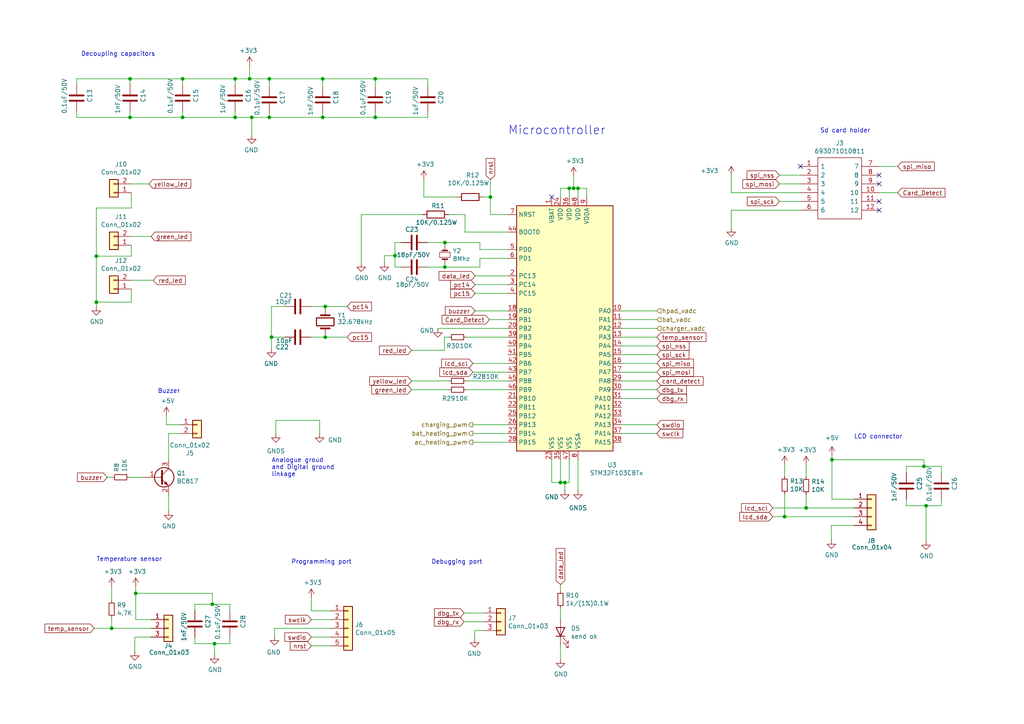
<source format=kicad_sch>
(kicad_sch (version 20230121) (generator eeschema)
  (paper "A4")
  (title_block (title "Neonest v 1.3") (date "2025-08-07") (company "Che innovations"))
  (lib_symbols
    (symbol "Battery_charge_controller-rescue:+3.3V-power" (power) (pin_names (offset 0))
      (property "Value" "+3.3V-power" (at 0 3.556 0))
      (symbol "+3.3V-power_0_1"
        (polyline (pts (xy -0.762 1.27) (xy 0 2.54)))
        (polyline (pts (xy 0 0) (xy 0 2.54)))
        (polyline (pts (xy 0 2.54) (xy 0.762 1.27)))
      )
      (symbol "+3.3V-power_1_1"
        (pin power_in line (at 0 0 90) (length 0) hide (name "+3V3") (number "1"))
      )
    )
    (symbol "Connector_Generic:Conn_01x02" (pin_names (offset 1.016) hide)
      (property "Reference" "J" (at 0 2.54 0))
      (property "Value" "Conn_01x02" (at 0 -5.08 0))
      (symbol "Conn_01x02_1_1"
        (rectangle (start -1.27 -2.413) (end 0 -2.667) (stroke (width 0.1524)))
        (rectangle (start -1.27 0.127) (end 0 -0.127) (stroke (width 0.1524)))
        (rectangle (start -1.27 1.27) (end 1.27 -3.81) (stroke (width 0.254)) (fill (type background)))
        (pin passive line (at -5.08 0 0) (length 3.81) (name "Pin_1") (number "1"))
        (pin passive line (at -5.08 -2.54 0) (length 3.81) (name "Pin_2") (number "2"))
      )
    )
    (symbol "Connector_Generic:Conn_01x03" (pin_names (offset 1.016) hide)
      (property "Reference" "J" (at 0 5.08 0))
      (property "Value" "Conn_01x03" (at 0 -5.08 0))
      (symbol "Conn_01x03_1_1"
        (rectangle (start -1.27 -2.413) (end 0 -2.667) (stroke (width 0.1524)))
        (rectangle (start -1.27 0.127) (end 0 -0.127) (stroke (width 0.1524)))
        (rectangle (start -1.27 2.667) (end 0 2.413) (stroke (width 0.1524)))
        (rectangle (start -1.27 3.81) (end 1.27 -3.81) (stroke (width 0.254)) (fill (type background)))
        (pin passive line (at -5.08 2.54 0) (length 3.81) (name "Pin_1") (number "1"))
        (pin passive line (at -5.08 0 0) (length 3.81) (name "Pin_2") (number "2"))
        (pin passive line (at -5.08 -2.54 0) (length 3.81) (name "Pin_3") (number "3"))
      )
    )
    (symbol "Connector_Generic:Conn_01x04" (pin_names (offset 1.016) hide)
      (property "Reference" "J" (at 0 5.08 0))
      (property "Value" "Conn_01x04" (at 0 -7.62 0))
      (symbol "Conn_01x04_1_1"
        (rectangle (start -1.27 -4.953) (end 0 -5.207) (stroke (width 0.1524)))
        (rectangle (start -1.27 -2.413) (end 0 -2.667) (stroke (width 0.1524)))
        (rectangle (start -1.27 0.127) (end 0 -0.127) (stroke (width 0.1524)))
        (rectangle (start -1.27 2.667) (end 0 2.413) (stroke (width 0.1524)))
        (rectangle (start -1.27 3.81) (end 1.27 -6.35) (stroke (width 0.254)) (fill (type background)))
        (pin passive line (at -5.08 2.54 0) (length 3.81) (name "Pin_1") (number "1"))
        (pin passive line (at -5.08 0 0) (length 3.81) (name "Pin_2") (number "2"))
        (pin passive line (at -5.08 -2.54 0) (length 3.81) (name "Pin_3") (number "3"))
        (pin passive line (at -5.08 -5.08 0) (length 3.81) (name "Pin_4") (number "4"))
      )
    )
    (symbol "Connector_Generic:Conn_01x05" (pin_names (offset 1.016) hide)
      (property "Reference" "J" (at 0 7.62 0))
      (property "Value" "Conn_01x05" (at 0 -7.62 0))
      (symbol "Conn_01x05_1_1"
        (rectangle (start -1.27 -4.953) (end 0 -5.207) (stroke (width 0.1524)))
        (rectangle (start -1.27 -2.413) (end 0 -2.667) (stroke (width 0.1524)))
        (rectangle (start -1.27 0.127) (end 0 -0.127) (stroke (width 0.1524)))
        (rectangle (start -1.27 2.667) (end 0 2.413) (stroke (width 0.1524)))
        (rectangle (start -1.27 5.207) (end 0 4.953) (stroke (width 0.1524)))
        (rectangle (start -1.27 6.35) (end 1.27 -6.35) (stroke (width 0.254)) (fill (type background)))
        (pin passive line (at -5.08 5.08 0) (length 3.81) (name "Pin_1") (number "1"))
        (pin passive line (at -5.08 2.54 0) (length 3.81) (name "Pin_2") (number "2"))
        (pin passive line (at -5.08 0 0) (length 3.81) (name "Pin_3") (number "3"))
        (pin passive line (at -5.08 -2.54 0) (length 3.81) (name "Pin_4") (number "4"))
        (pin passive line (at -5.08 -5.08 0) (length 3.81) (name "Pin_5") (number "5"))
      )
    )
    (symbol "Device:C" (pin_numbers hide) (pin_names (offset 0.254))
      (property "Reference" "C" (at 0.635 2.54 0))
      (property "Value" "C" (at 0.635 -2.54 0))
      (symbol "C_0_1"
        (polyline (pts (xy -2.032 -0.762) (xy 2.032 -0.762)) (stroke (width 0.508)))
        (polyline (pts (xy -2.032 0.762) (xy 2.032 0.762)) (stroke (width 0.508)))
      )
      (symbol "C_1_1"
        (pin passive line (at 0 3.81 270) (length 2.794) (name "~") (number "1"))
        (pin passive line (at 0 -3.81 90) (length 2.794) (name "~") (number "2"))
      )
    )
    (symbol "Device:Crystal" (pin_numbers hide) (pin_names (offset 1.016) hide)
      (property "Reference" "Y" (at 0 3.81 0))
      (property "Value" "Crystal" (at 0 -3.81 0))
      (symbol "Crystal_0_1"
        (rectangle (start -1.143 2.54) (end 1.143 -2.54) (stroke (width 0.3048)))
        (polyline (pts (xy -2.54 0) (xy -1.905 0)))
        (polyline (pts (xy -1.905 -1.27) (xy -1.905 1.27)) (stroke (width 0.508)))
        (polyline (pts (xy 1.905 -1.27) (xy 1.905 1.27)) (stroke (width 0.508)))
        (polyline (pts (xy 2.54 0) (xy 1.905 0)))
      )
      (symbol "Crystal_1_1"
        (pin passive line (at -3.81 0 0) (length 1.27) (name "1") (number "1"))
        (pin passive line (at 3.81 0 180) (length 1.27) (name "2") (number "2"))
      )
    )
    (symbol "Device:Crystal_Small" (pin_numbers hide) (pin_names (offset 1.016) hide)
      (property "Reference" "Y" (at 0 2.54 0))
      (property "Value" "Crystal_Small" (at 0 -2.54 0))
      (symbol "Crystal_Small_0_1"
        (rectangle (start -0.762 -1.524) (end 0.762 1.524))
        (polyline (pts (xy -1.27 -0.762) (xy -1.27 0.762)) (stroke (width 0.381)))
        (polyline (pts (xy 1.27 -0.762) (xy 1.27 0.762)) (stroke (width 0.381)))
      )
      (symbol "Crystal_Small_1_1"
        (pin passive line (at -2.54 0 0) (length 1.27) (name "1") (number "1"))
        (pin passive line (at 2.54 0 180) (length 1.27) (name "2") (number "2"))
      )
    )
    (symbol "Device:LED" (pin_numbers hide) (pin_names (offset 1.016) hide)
      (property "Reference" "D" (at 0 2.54 0))
      (property "Value" "LED" (at 0 -2.54 0))
      (symbol "LED_0_1"
        (polyline (pts (xy -1.27 -1.27) (xy -1.27 1.27)) (stroke (width 0.254)))
        (polyline (pts (xy -1.27 0) (xy 1.27 0)))
        (polyline (pts (xy 1.27 -1.27) (xy 1.27 1.27) (xy -1.27 0) (xy 1.27 -1.27)) (stroke (width 0.254)))
        (polyline (pts (xy -3.048 -0.762) (xy -4.572 -2.286) (xy -3.81 -2.286) (xy -4.572 -2.286) (xy -4.572 -1.524)))
        (polyline (pts (xy -1.778 -0.762) (xy -3.302 -2.286) (xy -2.54 -2.286) (xy -3.302 -2.286) (xy -3.302 -1.524)))
      )
      (symbol "LED_1_1"
        (pin passive line (at -3.81 0 0) (length 2.54) (name "K") (number "1"))
        (pin passive line (at 3.81 0 180) (length 2.54) (name "A") (number "2"))
      )
    )
    (symbol "Device:R" (pin_numbers hide) (pin_names (offset 0))
      (property "Reference" "R" (at 2.032 0 90))
      (property "Value" "R" (at 0 0 90))
      (symbol "R_0_1"
        (rectangle (start -1.016 -2.54) (end 1.016 2.54) (stroke (width 0.254)))
      )
      (symbol "R_1_1"
        (pin passive line (at 0 3.81 270) (length 1.27) (name "~") (number "1"))
        (pin passive line (at 0 -3.81 90) (length 1.27) (name "~") (number "2"))
      )
    )
    (symbol "Device:R_Small" (pin_numbers hide) (pin_names (offset 0.254) hide)
      (property "Reference" "R" (at 0.762 0.508 0))
      (property "Value" "R_Small" (at 0.762 -1.016 0))
      (symbol "R_Small_0_1"
        (rectangle (start -0.762 1.778) (end 0.762 -1.778) (stroke (width 0.2032)))
      )
      (symbol "R_Small_1_1"
        (pin passive line (at 0 2.54 270) (length 0.762) (name "~") (number "1"))
        (pin passive line (at 0 -2.54 90) (length 0.762) (name "~") (number "2"))
      )
    )
    (symbol "DotMobi stm32 ver 1.0.1-rescue:+3.3V-power" (power) (pin_names (offset 0))
      (property "Value" "+3.3V-power" (at 0 3.556 0))
      (symbol "+3.3V-power_0_1"
        (polyline (pts (xy -0.762 1.27) (xy 0 2.54)))
        (polyline (pts (xy 0 0) (xy 0 2.54)))
        (polyline (pts (xy 0 2.54) (xy 0.762 1.27)))
      )
      (symbol "+3.3V-power_1_1"
        (pin power_in line (at 0 0 90) (length 0) hide (name "+3V3") (number "1"))
      )
    )
    (symbol "DotMobi stm32 ver 1.0.1-rescue:STM32F103CBTx-MCU_ST_STM32F1"
      (property "Reference" "U" (at -15.24 36.83 0))
      (property "Value" "MCU_ST_STM32F1_STM32F103CBTx" (at 7.62 36.83 0))
      (symbol "STM32F103CBTx-MCU_ST_STM32F1_0_1"
        (rectangle (start -15.24 -35.56) (end 12.7 35.56) (stroke (width 0.254)) (fill (type background)))
      )
      (symbol "STM32F103CBTx-MCU_ST_STM32F1_1_1"
        (pin power_in line (at -5.08 38.1 270) (length 2.54) (name "VBAT") (number "1"))
        (pin bidirectional line (at 15.24 5.08 180) (length 2.54) (name "PA0") (number "10"))
        (pin bidirectional line (at 15.24 2.54 180) (length 2.54) (name "PA1") (number "11"))
        (pin bidirectional line (at 15.24 0 180) (length 2.54) (name "PA2") (number "12"))
        (pin bidirectional line (at 15.24 -2.54 180) (length 2.54) (name "PA3") (number "13"))
        (pin bidirectional line (at 15.24 -5.08 180) (length 2.54) (name "PA4") (number "14"))
        (pin bidirectional line (at 15.24 -7.62 180) (length 2.54) (name "PA5") (number "15"))
        (pin bidirectional line (at 15.24 -10.16 180) (length 2.54) (name "PA6") (number "16"))
        (pin bidirectional line (at 15.24 -12.7 180) (length 2.54) (name "PA7") (number "17"))
        (pin bidirectional line (at -17.78 5.08 0) (length 2.54) (name "PB0") (number "18"))
        (pin bidirectional line (at -17.78 2.54 0) (length 2.54) (name "PB1") (number "19"))
        (pin bidirectional line (at -17.78 15.24 0) (length 2.54) (name "PC13") (number "2"))
        (pin bidirectional line (at -17.78 0 0) (length 2.54) (name "PB2") (number "20"))
        (pin bidirectional line (at -17.78 -20.32 0) (length 2.54) (name "PB10") (number "21"))
        (pin bidirectional line (at -17.78 -22.86 0) (length 2.54) (name "PB11") (number "22"))
        (pin power_in line (at -5.08 -38.1 90) (length 2.54) (name "VSS") (number "23"))
        (pin power_in line (at -2.54 38.1 270) (length 2.54) (name "VDD") (number "24"))
        (pin bidirectional line (at -17.78 -25.4 0) (length 2.54) (name "PB12") (number "25"))
        (pin bidirectional line (at -17.78 -27.94 0) (length 2.54) (name "PB13") (number "26"))
        (pin bidirectional line (at -17.78 -30.48 0) (length 2.54) (name "PB14") (number "27"))
        (pin bidirectional line (at -17.78 -33.02 0) (length 2.54) (name "PB15") (number "28"))
        (pin bidirectional line (at 15.24 -15.24 180) (length 2.54) (name "PA8") (number "29"))
        (pin bidirectional line (at -17.78 12.7 0) (length 2.54) (name "PC14") (number "3"))
        (pin bidirectional line (at 15.24 -17.78 180) (length 2.54) (name "PA9") (number "30"))
        (pin bidirectional line (at 15.24 -20.32 180) (length 2.54) (name "PA10") (number "31"))
        (pin bidirectional line (at 15.24 -22.86 180) (length 2.54) (name "PA11") (number "32"))
        (pin bidirectional line (at 15.24 -25.4 180) (length 2.54) (name "PA12") (number "33"))
        (pin bidirectional line (at 15.24 -27.94 180) (length 2.54) (name "PA13") (number "34"))
        (pin power_in line (at -2.54 -38.1 90) (length 2.54) (name "VSS") (number "35"))
        (pin power_in line (at 0 38.1 270) (length 2.54) (name "VDD") (number "36"))
        (pin bidirectional line (at 15.24 -30.48 180) (length 2.54) (name "PA14") (number "37"))
        (pin bidirectional line (at 15.24 -33.02 180) (length 2.54) (name "PA15") (number "38"))
        (pin bidirectional line (at -17.78 -2.54 0) (length 2.54) (name "PB3") (number "39"))
        (pin bidirectional line (at -17.78 10.16 0) (length 2.54) (name "PC15") (number "4"))
        (pin bidirectional line (at -17.78 -5.08 0) (length 2.54) (name "PB4") (number "40"))
        (pin bidirectional line (at -17.78 -7.62 0) (length 2.54) (name "PB5") (number "41"))
        (pin bidirectional line (at -17.78 -10.16 0) (length 2.54) (name "PB6") (number "42"))
        (pin bidirectional line (at -17.78 -12.7 0) (length 2.54) (name "PB7") (number "43"))
        (pin input line (at -17.78 27.94 0) (length 2.54) (name "BOOT0") (number "44"))
        (pin bidirectional line (at -17.78 -15.24 0) (length 2.54) (name "PB8") (number "45"))
        (pin bidirectional line (at -17.78 -17.78 0) (length 2.54) (name "PB9") (number "46"))
        (pin power_in line (at 0 -38.1 90) (length 2.54) (name "VSS") (number "47"))
        (pin power_in line (at 2.54 38.1 270) (length 2.54) (name "VDD") (number "48"))
        (pin input line (at -17.78 22.86 0) (length 2.54) (name "PD0") (number "5"))
        (pin input line (at -17.78 20.32 0) (length 2.54) (name "PD1") (number "6"))
        (pin input line (at -17.78 33.02 0) (length 2.54) (name "NRST") (number "7"))
        (pin power_in line (at 2.54 -38.1 90) (length 2.54) (name "VSSA") (number "8"))
        (pin power_in line (at 5.08 38.1 270) (length 2.54) (name "VDDA") (number "9"))
      )
    )
    (symbol "Transistor_BJT:BC817" (pin_names (offset 0) hide)
      (property "Reference" "Q" (at 5.08 1.905 0))
      (property "Value" "BC817" (at 5.08 0 0))
      (symbol "BC817_0_1"
        (polyline (pts (xy 0.635 0.635) (xy 2.54 2.54)))
        (polyline (pts (xy 0.635 -0.635) (xy 2.54 -2.54) (xy 2.54 -2.54)))
        (polyline (pts (xy 0.635 1.905) (xy 0.635 -1.905) (xy 0.635 -1.905)) (stroke (width 0.508)))
        (polyline (pts (xy 1.27 -1.778) (xy 1.778 -1.27) (xy 2.286 -2.286) (xy 1.27 -1.778) (xy 1.27 -1.778)) (fill (type outline)))
        (circle (center 1.27 0) (radius 2.8194) (stroke (width 0.254)))
      )
      (symbol "BC817_1_1"
        (pin input line (at -5.08 0 0) (length 5.715) (name "B") (number "1"))
        (pin passive line (at 2.54 -5.08 90) (length 2.54) (name "E") (number "2"))
        (pin passive line (at 2.54 5.08 270) (length 2.54) (name "C") (number "3"))
      )
    )
    (symbol "power:+5V" (power) (pin_names (offset 0))
      (property "Value" "+5V" (at 0 3.556 0))
      (symbol "+5V_0_1"
        (polyline (pts (xy -0.762 1.27) (xy 0 2.54)))
        (polyline (pts (xy 0 0) (xy 0 2.54)))
        (polyline (pts (xy 0 2.54) (xy 0.762 1.27)))
      )
      (symbol "+5V_1_1"
        (pin power_in line (at 0 0 90) (length 0) hide (name "+5V") (number "1"))
      )
    )
    (symbol "power:GND" (power) (pin_names (offset 0))
      (property "Value" "GND" (at 0 -3.81 0))
      (symbol "GND_0_1"
        (polyline (pts (xy 0 0) (xy 0 -1.27) (xy 1.27 -1.27) (xy 0 -2.54) (xy -1.27 -1.27) (xy 0 -1.27)))
      )
      (symbol "GND_1_1"
        (pin power_in line (at 0 0 270) (length 0) hide (name "GND") (number "1"))
      )
    )
    (symbol "power:GNDS" (power) (pin_names (offset 0))
      (property "Value" "GNDS" (at 0 -3.81 0))
      (symbol "GNDS_0_1"
        (polyline (pts (xy 0 0) (xy 0 -1.27) (xy 1.27 -1.27) (xy 0 -2.54) (xy -1.27 -1.27) (xy 0 -1.27)))
      )
      (symbol "GNDS_1_1"
        (pin power_in line (at 0 0 270) (length 0) hide (name "GNDS") (number "1"))
      )
    )
    (symbol "vaccibox_controller-rescue:+3.3V-power" (power) (pin_names (offset 0))
      (property "Value" "+3.3V-power" (at 0 3.556 0))
      (symbol "+3.3V-power_0_1"
        (polyline (pts (xy -0.762 1.27) (xy 0 2.54)))
        (polyline (pts (xy 0 0) (xy 0 2.54)))
        (polyline (pts (xy 0 2.54) (xy 0.762 1.27)))
      )
      (symbol "+3.3V-power_1_1"
        (pin power_in line (at 0 0 90) (length 0) hide (name "+3V3") (number "1"))
      )
    )
    (symbol "vaccibox_controller-rescue:693071010811-SamacSys_Parts" (pin_names (offset 0.762))
      (property "Reference" "J" (at 19.05 7.62 0))
      (property "Value" "SamacSys_Parts_693071010811" (at 19.05 5.08 0))
      (symbol "693071010811-SamacSys_Parts_0_0"
        (pin passive line (at 0 0 0) (length 5.08) (name "1") (number "1"))
        (pin passive line (at 22.86 -7.62 180) (length 5.08) (name "10") (number "10"))
        (pin passive line (at 22.86 -10.16 180) (length 5.08) (name "11") (number "11"))
        (pin passive line (at 22.86 -12.7 180) (length 5.08) (name "12") (number "12"))
        (pin passive line (at 0 -2.54 0) (length 5.08) (name "2") (number "2"))
        (pin passive line (at 0 -5.08 0) (length 5.08) (name "3") (number "3"))
        (pin passive line (at 0 -7.62 0) (length 5.08) (name "4") (number "4"))
        (pin passive line (at 0 -10.16 0) (length 5.08) (name "5") (number "5"))
        (pin passive line (at 0 -12.7 0) (length 5.08) (name "6") (number "6"))
        (pin passive line (at 22.86 0 180) (length 5.08) (name "7") (number "7"))
        (pin passive line (at 22.86 -2.54 180) (length 5.08) (name "8") (number "8"))
        (pin passive line (at 22.86 -5.08 180) (length 5.08) (name "9") (number "9"))
      )
      (symbol "693071010811-SamacSys_Parts_0_1"
        (polyline (pts (xy 5.08 2.54) (xy 17.78 2.54) (xy 17.78 -15.24) (xy 5.08 -15.24) (xy 5.08 2.54)) (stroke (width 0.1524)))
      )
    )
  )
  (junction (at 129.032 77.47))
  (junction (at 129.032 70.358))
  (junction (at 68.199 22.86))
  (junction (at 167.64 54.61))
  (junction (at 37.719 34.036))
  (junction (at 233.807 147.32))
  (junction (at 108.839 22.86))
  (junction (at 39.37 172.085))
  (junction (at 166.37 54.61))
  (junction (at 61.595 175.26))
  (junction (at 165.1 54.61))
  (junction (at 162.56 139.954))
  (junction (at 72.39 22.86))
  (junction (at 73.025 34.036))
  (junction (at 267.97 135.255))
  (junction (at 163.83 139.954))
  (junction (at 94.3356 97.79))
  (junction (at 241.3 133.35))
  (junction (at 32.385 182.245))
  (junction (at 78.74 97.79))
  (junction (at 268.605 146.685))
  (junction (at 94.3356 88.9))
  (junction (at 108.839 34.036))
  (junction (at 93.599 34.036))
  (junction (at 27.94 87.63))
  (junction (at 227.584 149.86))
  (junction (at 78.105 22.86))
  (junction (at 62.23 186.69))
  (junction (at 114.554 74.168))
  (junction (at 27.94 74.295))
  (junction (at 52.959 34.036))
  (junction (at 52.959 22.86))
  (junction (at 68.199 34.036))
  (junction (at 93.599 22.86))
  (junction (at 142.24 57.15))
  (junction (at 37.719 22.86))
  (junction (at 78.105 34.036))
  (no_connect (at 254.9906 53.34))
  (no_connect (at 254.9906 58.42))
  (no_connect (at 232.1306 48.26))
  (no_connect (at 160.02 57.15))
  (no_connect (at 254.9906 60.96))
  (no_connect (at 254.9906 50.8))
  (wire (pts (xy 165.1 54.61) (xy 166.37 54.61)))
  (wire (pts (xy 114.554 74.168) (xy 114.554 77.47)))
  (wire (pts (xy 124.079 22.86) (xy 124.079 25.146)))
  (wire (pts (xy 232.1306 60.96) (xy 212.09 60.96)))
  (wire (pts (xy 233.807 147.32) (xy 247.7008 147.32)))
  (wire (pts (xy 170.18 57.15) (xy 170.18 54.61)))
  (wire (pts (xy 108.839 32.766) (xy 108.839 34.036)))
  (wire (pts (xy 147.32 107.95) (xy 137.16 107.95)))
  (wire (pts (xy 92.71 121.92) (xy 92.71 125.73)))
  (wire (pts (xy 227.584 149.86) (xy 247.7008 149.86)))
  (wire (pts (xy 160.02 139.954) (xy 162.56 139.954)))
  (wire (pts (xy 129.032 77.47) (xy 123.952 77.47)))
  (wire (pts (xy 142.24 52.07) (xy 142.24 57.15)))
  (wire (pts (xy 123.952 70.358) (xy 129.032 70.358)))
  (wire (pts (xy 241.3 133.35) (xy 241.3 132.08)))
  (wire (pts (xy 27.94 74.295) (xy 27.94 87.63)))
  (wire (pts (xy 93.599 34.036) (xy 108.839 34.036)))
  (wire (pts (xy 147.32 128.27) (xy 137.16 128.27)))
  (wire (pts (xy 180.34 105.41) (xy 190.5 105.41)))
  (wire (pts (xy 61.595 175.26) (xy 66.675 175.26)))
  (wire (pts (xy 93.599 22.86) (xy 93.599 25.146)))
  (wire (pts (xy 108.839 34.036) (xy 124.079 34.036)))
  (wire (pts (xy 52.07 123.19) (xy 48.26 123.19)))
  (wire (pts (xy 66.675 186.69) (xy 66.675 184.785)))
  (wire (pts (xy 180.34 115.57) (xy 190.5 115.57)))
  (wire (pts (xy 93.599 32.766) (xy 93.599 34.036)))
  (wire (pts (xy 38.1 74.295) (xy 27.94 74.295)))
  (wire (pts (xy 139.192 77.47) (xy 129.032 77.47)))
  (wire (pts (xy 56.515 186.69) (xy 62.23 186.69)))
  (wire (pts (xy 39.37 179.705) (xy 39.37 172.085)))
  (wire (pts (xy 165.1 54.61) (xy 165.1 57.15)))
  (wire (pts (xy 122.555 62.23) (xy 104.775 62.23)))
  (wire (pts (xy 226.06 50.8) (xy 232.1306 50.8)))
  (wire (pts (xy 147.32 105.41) (xy 137.16 105.41)))
  (wire (pts (xy 78.105 34.036) (xy 73.025 34.036)))
  (wire (pts (xy 78.105 32.766) (xy 78.105 34.036)))
  (wire (pts (xy 134.874 62.23) (xy 130.175 62.23)))
  (wire (pts (xy 190.5 90.17) (xy 180.34 90.17)))
  (wire (pts (xy 22.225 22.86) (xy 37.719 22.86)))
  (wire (pts (xy 241.3 133.35) (xy 241.3 144.78)))
  (wire (pts (xy 166.37 54.61) (xy 166.37 51.054)))
  (wire (pts (xy 162.56 139.954) (xy 163.83 139.954)))
  (wire (pts (xy 90.297 177.165) (xy 90.297 173.355)))
  (wire (pts (xy 78.74 88.9) (xy 78.74 97.79)))
  (wire (pts (xy 140.208 180.34) (xy 134.62 180.34)))
  (wire (pts (xy 273.05 135.255) (xy 273.05 137.16)))
  (wire (pts (xy 68.199 32.258) (xy 68.199 34.036)))
  (wire (pts (xy 48.895 125.73) (xy 48.895 133.35)))
  (wire (pts (xy 38.1 53.34) (xy 43.18 53.34)))
  (wire (pts (xy 137.668 182.88) (xy 137.668 185.166)))
  (wire (pts (xy 27.94 87.63) (xy 27.94 88.9)))
  (wire (pts (xy 61.595 172.085) (xy 61.595 175.26)))
  (wire (pts (xy 167.64 54.61) (xy 167.64 57.15)))
  (wire (pts (xy 137.795 80.01) (xy 147.32 80.01)))
  (wire (pts (xy 147.32 95.25) (xy 127 95.25)))
  (wire (pts (xy 108.839 22.86) (xy 108.839 25.146)))
  (wire (pts (xy 48.895 125.73) (xy 52.07 125.73)))
  (wire (pts (xy 212.09 55.88) (xy 212.09 50.8)))
  (wire (pts (xy 190.5 97.79) (xy 180.34 97.79)))
  (wire (pts (xy 130.175 113.03) (xy 119.38 113.03)))
  (wire (pts (xy 68.199 22.86) (xy 68.199 24.638)))
  (wire (pts (xy 180.34 100.33) (xy 190.5 100.33)))
  (wire (pts (xy 247.7008 144.78) (xy 241.3 144.78)))
  (wire (pts (xy 180.34 102.87) (xy 190.5 102.87)))
  (wire (pts (xy 233.807 143.383) (xy 233.807 147.32)))
  (wire (pts (xy 147.32 74.93) (xy 139.192 74.93)))
  (wire (pts (xy 104.775 62.23) (xy 104.775 76.2)))
  (wire (pts (xy 147.32 125.73) (xy 137.16 125.73)))
  (wire (pts (xy 163.83 139.954) (xy 163.83 142.24)))
  (wire (pts (xy 43.7642 184.785) (xy 39.0906 184.785)))
  (wire (pts (xy 61.595 175.26) (xy 56.515 175.26)))
  (wire (pts (xy 114.554 74.168) (xy 111.506 74.168)))
  (wire (pts (xy 122.936 57.15) (xy 122.936 52.07)))
  (wire (pts (xy 48.895 143.51) (xy 48.895 148.209)))
  (wire (pts (xy 147.32 72.39) (xy 139.192 72.39)))
  (wire (pts (xy 38.1 87.63) (xy 27.94 87.63)))
  (wire (pts (xy 132.588 57.15) (xy 122.936 57.15)))
  (wire (pts (xy 95.885 179.705) (xy 90.297 179.705)))
  (wire (pts (xy 78.74 97.79) (xy 78.74 101.0666)))
  (wire (pts (xy 128.905 97.79) (xy 130.175 97.79)))
  (wire (pts (xy 124.079 34.036) (xy 124.079 32.766)))
  (wire (pts (xy 140.208 57.15) (xy 142.24 57.15)))
  (wire (pts (xy 32.385 179.2224) (xy 32.385 182.245)))
  (wire (pts (xy 147.32 92.71) (xy 141.9606 92.71)))
  (wire (pts (xy 38.1 55.88) (xy 38.1 60.325)))
  (wire (pts (xy 52.959 32.258) (xy 52.959 34.036)))
  (wire (pts (xy 80.01 125.73) (xy 80.01 121.92)))
  (wire (pts (xy 226.06 53.34) (xy 232.1306 53.34)))
  (wire (pts (xy 90.17 88.9) (xy 94.3356 88.9)))
  (wire (pts (xy 52.959 24.638) (xy 52.959 22.86)))
  (wire (pts (xy 224.155 149.86) (xy 227.584 149.86)))
  (wire (pts (xy 22.225 24.638) (xy 22.225 22.86)))
  (wire (pts (xy 61.595 172.085) (xy 39.37 172.085)))
  (wire (pts (xy 162.56 179.451) (xy 162.56 176.403)))
  (wire (pts (xy 100.6856 88.9) (xy 94.3356 88.9)))
  (wire (pts (xy 147.32 97.79) (xy 135.255 97.79)))
  (wire (pts (xy 139.192 72.39) (xy 139.192 70.358)))
  (wire (pts (xy 108.839 22.86) (xy 124.079 22.86)))
  (wire (pts (xy 140.208 182.88) (xy 137.668 182.88)))
  (wire (pts (xy 32.385 174.1424) (xy 32.385 170.18)))
  (wire (pts (xy 38.1 81.28) (xy 44.45 81.28)))
  (wire (pts (xy 254.9906 48.26) (xy 260.35 48.26)))
  (wire (pts (xy 147.32 67.31) (xy 134.874 67.31)))
  (wire (pts (xy 162.56 171.323) (xy 162.56 169.545)))
  (wire (pts (xy 95.885 184.785) (xy 90.297 184.785)))
  (wire (pts (xy 116.332 70.358) (xy 114.554 70.358)))
  (wire (pts (xy 170.18 54.61) (xy 167.64 54.61)))
  (wire (pts (xy 78.105 22.86) (xy 93.599 22.86)))
  (wire (pts (xy 56.515 184.785) (xy 56.515 186.69)))
  (wire (pts (xy 162.56 133.35) (xy 162.56 139.954)))
  (wire (pts (xy 52.959 22.86) (xy 68.199 22.86)))
  (wire (pts (xy 37.719 34.036) (xy 22.225 34.036)))
  (wire (pts (xy 165.1 133.35) (xy 165.1 139.954)))
  (wire (pts (xy 139.192 74.93) (xy 139.192 77.47)))
  (wire (pts (xy 37.719 24.638) (xy 37.719 22.86)))
  (wire (pts (xy 268.605 146.685) (xy 268.605 156.845)))
  (wire (pts (xy 129.032 76.454) (xy 129.032 77.47)))
  (wire (pts (xy 39.0906 184.785) (xy 39.0906 188.9506)))
  (wire (pts (xy 78.105 22.86) (xy 78.105 25.146)))
  (wire (pts (xy 162.56 54.61) (xy 165.1 54.61)))
  (wire (pts (xy 129.032 71.374) (xy 129.032 70.358)))
  (wire (pts (xy 162.56 57.15) (xy 162.56 54.61)))
  (wire (pts (xy 247.7008 152.4) (xy 241.1476 152.4)))
  (wire (pts (xy 140.208 177.8) (xy 134.62 177.8)))
  (wire (pts (xy 62.23 186.69) (xy 66.675 186.69)))
  (wire (pts (xy 267.97 135.255) (xy 273.05 135.255)))
  (wire (pts (xy 134.874 67.31) (xy 134.874 62.23)))
  (wire (pts (xy 180.34 107.95) (xy 190.5 107.95)))
  (wire (pts (xy 73.025 34.036) (xy 68.199 34.036)))
  (wire (pts (xy 130.175 110.49) (xy 119.38 110.49)))
  (wire (pts (xy 142.24 62.23) (xy 147.32 62.23)))
  (wire (pts (xy 37.719 22.86) (xy 52.959 22.86)))
  (wire (pts (xy 95.885 187.325) (xy 90.297 187.325)))
  (wire (pts (xy 38.1 68.58) (xy 43.815 68.58)))
  (wire (pts (xy 147.32 110.49) (xy 135.255 110.49)))
  (wire (pts (xy 262.89 137.16) (xy 262.89 135.255)))
  (wire (pts (xy 114.554 70.358) (xy 114.554 74.168)))
  (wire (pts (xy 66.675 175.26) (xy 66.675 177.165)))
  (wire (pts (xy 39.37 172.085) (xy 39.37 170.18)))
  (wire (pts (xy 180.34 125.73) (xy 190.5 125.73)))
  (wire (pts (xy 262.89 146.685) (xy 268.605 146.685)))
  (wire (pts (xy 160.02 133.35) (xy 160.02 139.954)))
  (wire (pts (xy 100.6856 97.79) (xy 94.3356 97.79)))
  (wire (pts (xy 73.025 34.036) (xy 73.025 39.116)))
  (wire (pts (xy 128.905 101.6) (xy 128.905 97.79)))
  (wire (pts (xy 37.719 32.258) (xy 37.719 34.036)))
  (wire (pts (xy 254.9906 55.88) (xy 260.35 55.88)))
  (wire (pts (xy 241.3 133.35) (xy 267.97 133.35)))
  (wire (pts (xy 22.225 32.258) (xy 22.225 34.036)))
  (wire (pts (xy 119.38 101.6) (xy 128.905 101.6)))
  (wire (pts (xy 212.09 60.96) (xy 212.09 66.04)))
  (wire (pts (xy 227.584 138.176) (xy 227.584 134.8232)))
  (wire (pts (xy 129.032 70.358) (xy 139.192 70.358)))
  (wire (pts (xy 268.605 146.685) (xy 273.05 146.685)))
  (wire (pts (xy 137.795 85.09) (xy 147.32 85.09)))
  (wire (pts (xy 190.5 95.25) (xy 180.34 95.25)))
  (wire (pts (xy 32.4612 138.43) (xy 31.115 138.43)))
  (wire (pts (xy 56.515 177.165) (xy 56.515 175.26)))
  (wire (pts (xy 38.1 60.325) (xy 27.94 60.325)))
  (wire (pts (xy 93.599 22.86) (xy 108.839 22.86)))
  (wire (pts (xy 180.34 110.49) (xy 190.5 110.49)))
  (wire (pts (xy 27.94 60.325) (xy 27.94 74.295)))
  (wire (pts (xy 68.199 22.86) (xy 72.39 22.86)))
  (wire (pts (xy 82.55 88.9) (xy 78.74 88.9)))
  (wire (pts (xy 68.199 34.036) (xy 52.959 34.036)))
  (wire (pts (xy 48.26 120.65) (xy 48.26 123.19)))
  (wire (pts (xy 38.1 71.12) (xy 38.1 74.295)))
  (wire (pts (xy 233.807 138.303) (xy 233.807 134.8994)))
  (wire (pts (xy 111.506 74.168) (xy 111.506 76.2)))
  (wire (pts (xy 273.05 146.685) (xy 273.05 144.78)))
  (wire (pts (xy 90.17 97.79) (xy 94.3356 97.79)))
  (wire (pts (xy 232.1306 55.88) (xy 212.09 55.88)))
  (wire (pts (xy 95.885 177.165) (xy 90.297 177.165)))
  (wire (pts (xy 41.275 138.43) (xy 37.5412 138.43)))
  (wire (pts (xy 95.885 182.245) (xy 79.629 182.245)))
  (wire (pts (xy 180.34 123.19) (xy 190.5 123.19)))
  (wire (pts (xy 27.305 182.245) (xy 32.385 182.245)))
  (wire (pts (xy 78.105 34.036) (xy 93.599 34.036)))
  (wire (pts (xy 167.64 133.35) (xy 167.64 142.24)))
  (wire (pts (xy 142.24 62.23) (xy 142.24 57.15)))
  (wire (pts (xy 62.23 186.69) (xy 62.23 189.865)))
  (wire (pts (xy 180.34 113.03) (xy 190.5 113.03)))
  (wire (pts (xy 79.629 182.245) (xy 79.629 184.531)))
  (wire (pts (xy 137.795 90.17) (xy 147.32 90.17)))
  (wire (pts (xy 72.39 19.05) (xy 72.39 22.86)))
  (wire (pts (xy 82.55 97.79) (xy 78.74 97.79)))
  (wire (pts (xy 137.795 82.55) (xy 147.32 82.55)))
  (wire (pts (xy 267.97 133.35) (xy 267.97 135.255)))
  (wire (pts (xy 32.385 182.245) (xy 43.7642 182.245)))
  (wire (pts (xy 267.97 135.255) (xy 262.89 135.255)))
  (wire (pts (xy 80.01 121.92) (xy 92.71 121.92)))
  (wire (pts (xy 94.3356 89.535) (xy 94.3356 88.9)))
  (wire (pts (xy 43.7642 179.705) (xy 39.37 179.705)))
  (wire (pts (xy 241.1476 152.4) (xy 241.1476 156.5656)))
  (wire (pts (xy 227.584 143.256) (xy 227.584 149.86)))
  (wire (pts (xy 147.32 113.03) (xy 135.255 113.03)))
  (wire (pts (xy 162.56 191.135) (xy 162.56 187.071)))
  (wire (pts (xy 262.89 144.78) (xy 262.89 146.685)))
  (wire (pts (xy 224.155 147.32) (xy 233.807 147.32)))
  (wire (pts (xy 147.32 123.19) (xy 137.16 123.19)))
  (wire (pts (xy 94.3356 97.79) (xy 94.3356 97.155)))
  (wire (pts (xy 166.37 54.61) (xy 167.64 54.61)))
  (wire (pts (xy 72.39 22.86) (xy 78.105 22.86)))
  (wire (pts (xy 114.554 77.47) (xy 116.332 77.47)))
  (wire (pts (xy 163.83 139.954) (xy 165.1 139.954)))
  (wire (pts (xy 226.06 58.42) (xy 232.1306 58.42)))
  (wire (pts (xy 52.959 34.036) (xy 37.719 34.036)))
  (wire (pts (xy 38.1 83.82) (xy 38.1 87.63)))
  (wire (pts (xy 190.5 92.71) (xy 180.34 92.71)))
  (text "Debugging port" (at 125.095 163.83 0) (effects (font (size 1.27 1.27)) (justify left bottom)))
  (text "Sd card holder" (at 237.8456 38.735 0) (effects (font (size 1.27 1.27)) (justify left bottom)))
  (text "Temperature sensor\n\n" (at 27.94 165.1 0) (effects (font (size 1.27 1.27)) (justify left bottom)))
  (text "Microcontroller" (at 147.32 39.37 0) (effects (font (size 2.5 2.5)) (justify left bottom)))
  (text "Decoupling capacitors" (at 23.495 16.51 0) (effects (font (size 1.27 1.27)) (justify left bottom)))
  (text "Analogue groud\nand Digital ground\nlinkage" (at 78.74 138.43 0) (effects (font (size 1.27 1.27)) (justify left bottom)))
  (text "LCD connector\n\n" (at 247.65 129.54 0) (effects (font (size 1.27 1.27)) (justify left bottom)))
  (text "Buzzer\n" (at 45.72 114.3 0) (effects (font (size 1.27 1.27)) (justify left bottom)))
  (text "Programming port\n" (at 84.455 163.83 0) (effects (font (size 1.27 1.27)) (justify left bottom)))
  (global_label "swclk" (shape input) (at 90.297 179.705 180) (property "Intersheetrefs" "${INTERSHEET_REFS}" (effects hide)))
  (global_label "spi_nss" (shape input) (at 226.06 50.8 180) (property "Intersheetrefs" "${INTERSHEET_REFS}" (effects hide)))
  (global_label "spi_sck" (shape input) (at 190.5 102.87 0) (property "Intersheetrefs" "${INTERSHEET_REFS}" (effects hide)))
  (global_label "lcd_scl" (shape input) (at 224.155 147.32 180) (property "Intersheetrefs" "${INTERSHEET_REFS}" (effects hide)))
  (global_label "temp_sensor" (shape input) (at 190.5 97.79 0) (property "Intersheetrefs" "${INTERSHEET_REFS}" (effects hide)))
  (global_label "buzzer" (shape input) (at 137.795 90.17 180) (property "Intersheetrefs" "${INTERSHEET_REFS}" (effects hide)))
  (global_label "spi_mosi" (shape input) (at 226.06 53.34 180) (property "Intersheetrefs" "${INTERSHEET_REFS}" (effects hide)))
  (global_label "dbg_rx" (shape input) (at 190.5 115.57 0) (property "Intersheetrefs" "${INTERSHEET_REFS}" (effects hide)))
  (global_label "pc14" (shape input) (at 137.795 82.55 180) (property "Intersheetrefs" "${INTERSHEET_REFS}" (effects hide)))
  (global_label "green_led" (shape input) (at 119.38 113.03 180) (property "Intersheetrefs" "${INTERSHEET_REFS}" (effects hide)))
  (global_label "spi_miso" (shape input) (at 190.5 105.41 0) (property "Intersheetrefs" "${INTERSHEET_REFS}" (effects hide)))
  (global_label "Card_Detect" (shape input) (at 141.9606 92.71 180) (property "Intersheetrefs" "${INTERSHEET_REFS}" (effects hide)))
  (global_label "nrst" (shape input) (at 90.297 187.325 180) (property "Intersheetrefs" "${INTERSHEET_REFS}" (effects hide)))
  (global_label "nrst" (shape input) (at 142.24 52.07 90) (property "Intersheetrefs" "${INTERSHEET_REFS}" (effects hide)))
  (global_label "data_led" (shape input) (at 137.795 80.01 180) (property "Intersheetrefs" "${INTERSHEET_REFS}" (effects hide)))
  (global_label "spi_nss" (shape input) (at 190.5 100.33 0) (property "Intersheetrefs" "${INTERSHEET_REFS}" (effects hide)))
  (global_label "lcd_sda" (shape input) (at 224.155 149.86 180) (property "Intersheetrefs" "${INTERSHEET_REFS}" (effects hide)))
  (global_label "data_led" (shape input) (at 162.56 169.545 90) (property "Intersheetrefs" "${INTERSHEET_REFS}" (effects hide)))
  (global_label "yellow_led" (shape input) (at 43.18 53.34 0) (property "Intersheetrefs" "${INTERSHEET_REFS}" (effects hide)))
  (global_label "green_led" (shape input) (at 43.815 68.58 0) (property "Intersheetrefs" "${INTERSHEET_REFS}" (effects hide)))
  (global_label "swdio" (shape input) (at 190.5 123.19 0) (property "Intersheetrefs" "${INTERSHEET_REFS}" (effects hide)))
  (global_label "spi_sck" (shape input) (at 226.06 58.42 180) (property "Intersheetrefs" "${INTERSHEET_REFS}" (effects hide)))
  (global_label "red_led" (shape input) (at 44.45 81.28 0) (property "Intersheetrefs" "${INTERSHEET_REFS}" (effects hide)))
  (global_label "Card_Detect" (shape input) (at 260.35 55.88 0) (property "Intersheetrefs" "${INTERSHEET_REFS}" (effects hide)))
  (global_label "lcd_sda" (shape input) (at 137.16 107.95 180) (property "Intersheetrefs" "${INTERSHEET_REFS}" (effects hide)))
  (global_label "yellow_led" (shape input) (at 119.38 110.49 180) (property "Intersheetrefs" "${INTERSHEET_REFS}" (effects hide)))
  (global_label "temp_sensor" (shape input) (at 27.305 182.245 180) (property "Intersheetrefs" "${INTERSHEET_REFS}" (effects hide)))
  (global_label "dbg_tx" (shape input) (at 190.5 113.03 0) (property "Intersheetrefs" "${INTERSHEET_REFS}" (effects hide)))
  (global_label "dbg_tx" (shape input) (at 134.62 177.8 180) (property "Intersheetrefs" "${INTERSHEET_REFS}" (effects hide)))
  (global_label "dbg_rx" (shape input) (at 134.62 180.34 180) (property "Intersheetrefs" "${INTERSHEET_REFS}" (effects hide)))
  (global_label "swclk" (shape input) (at 190.5 125.73 0) (property "Intersheetrefs" "${INTERSHEET_REFS}" (effects hide)))
  (global_label "card_detect" (shape input) (at 190.5 110.49 0) (property "Intersheetrefs" "${INTERSHEET_REFS}" (effects hide)))
  (global_label "spi_mosi" (shape input) (at 190.5 107.95 0) (property "Intersheetrefs" "${INTERSHEET_REFS}" (effects hide)))
  (global_label "buzzer" (shape input) (at 31.115 138.43 180) (property "Intersheetrefs" "${INTERSHEET_REFS}" (effects hide)))
  (global_label "lcd_scl" (shape input) (at 137.16 105.41 180) (property "Intersheetrefs" "${INTERSHEET_REFS}" (effects hide)))
  (global_label "spi_miso" (shape input) (at 260.35 48.26 0) (property "Intersheetrefs" "${INTERSHEET_REFS}" (effects hide)))
  (global_label "pc15" (shape input) (at 137.795 85.09 180) (property "Intersheetrefs" "${INTERSHEET_REFS}" (effects hide)))
  (global_label "red_led" (shape input) (at 119.38 101.6 180) (property "Intersheetrefs" "${INTERSHEET_REFS}" (effects hide)))
  (global_label "pc14" (shape input) (at 100.6856 88.9 0) (property "Intersheetrefs" "${INTERSHEET_REFS}" (effects hide)))
  (global_label "pc15" (shape input) (at 100.6856 97.79 0) (property "Intersheetrefs" "${INTERSHEET_REFS}" (effects hide)))
  (global_label "swdio" (shape input) (at 90.297 184.785 180) (property "Intersheetrefs" "${INTERSHEET_REFS}" (effects hide)))
  (hierarchical_label "ac_heating_pwm" (shape output) (at 137.16 128.27 180))
  (hierarchical_label "hpad_vadc" (shape input) (at 190.5 90.17 0))
  (hierarchical_label "charging_pwm" (shape output) (at 137.16 123.19 180))
  (hierarchical_label "bat_heating_pwm" (shape output) (at 137.16 125.73 180))
  (hierarchical_label "bat_vadc" (shape input) (at 190.5 92.71 0))
  (hierarchical_label "charger_vadc" (shape input) (at 190.5 95.25 0))
  (symbol (lib_id "power:GND") (at 163.83 142.24 0) (unit 1)
    (property "Reference" "#PWR048" (effects hide))
    (property "Value" "GND" (at 160.02 144.145 0))
  )
  (symbol (lib_id "Device:R") (at 126.365 62.23 270) (unit 1)
    (property "Reference" "R11" (at 125.095 59.69 90) (effects (justify left)))
    (property "Value" "10K/0.125W" (at 120.523 64.516 90) (effects (justify left)))
    (property "Footprint" "Resistor_SMD:R_0603_1608Metric" (effects hide))
  )
  (symbol (lib_id "Device:LED") (at 162.56 183.261 90) (unit 1)
    (property "Reference" "D5" (at 165.5572 182.2704 90) (effects (justify right)))
    (property "Value" "send ok" (at 165.5572 184.5818 90) (effects (justify right)))
    (property "Footprint" "LED_SMD:LED_0603_1608Metric" (effects hide))
  )
  (symbol (lib_id "vaccibox_controller-rescue:+3.3V-power") (at 233.807 134.8994 0) (unit 1)
    (property "Reference" "#PWR046" (effects hide))
    (property "Value" "+3.3V" (at 234.188 130.5052 0))
  )
  (symbol (lib_id "DotMobi stm32 ver 1.0.1-rescue:+3.3V-power") (at 166.37 51.054 0) (unit 1)
    (property "Reference" "#PWR050" (effects hide))
    (property "Value" "+3.3V" (at 166.751 46.6598 0))
  )
  (symbol (lib_id "Device:C") (at 273.05 140.97 0) (unit 1)
    (property "Reference" "C26" (at 276.86 142.24 90) (effects (justify left)))
    (property "Value" "0.1uF/50V" (at 269.494 145.542 90) (effects (justify left)))
    (property "Footprint" "Capacitor_SMD:C_0603_1608Metric" (effects hide))
  )
  (symbol (lib_id "power:GNDS") (at 167.64 142.24 0) (unit 1)
    (property "Reference" "#PWR018" (effects hide))
    (property "Value" "GNDS" (at 167.64 147.32 0))
  )
  (symbol (lib_id "Battery_charge_controller-rescue:+3.3V-power") (at 90.297 173.355 0) (unit 1)
    (property "Reference" "#PWR037" (effects hide))
    (property "Value" "+3.3V" (at 90.678 168.9608 0))
  )
  (symbol (lib_id "Battery_charge_controller-rescue:+3.3V-power") (at 72.39 19.05 0) (mirror y) (unit 1)
    (property "Reference" "#PWR034" (effects hide))
    (property "Value" "+3.3V" (at 72.009 14.6558 0))
  )
  (symbol (lib_id "Device:R_Small") (at 227.584 140.716 0) (unit 1)
    (property "Reference" "R13" (at 229.0826 139.5476 0) (effects (justify left)))
    (property "Value" "10K" (at 229.0826 141.859 0) (effects (justify left)))
    (property "Footprint" "Resistor_SMD:R_0603_1608Metric" (effects hide))
  )
  (symbol (lib_id "power:GNDS") (at 80.01 125.73 0) (unit 1)
    (property "Reference" "#PWR058" (effects hide))
    (property "Value" "GNDS" (at 80.01 130.81 0))
  )
  (symbol (lib_id "power:GND") (at 78.74 101.0666 0) (mirror y) (unit 1)
    (property "Reference" "#PWR039" (effects hide))
    (property "Value" "GND" (at 78.613 105.4608 0))
  )
  (symbol (lib_id "Device:C") (at 120.142 77.47 90) (unit 1)
    (property "Reference" "C24" (at 121.412 81.026 90) (effects (justify left)))
    (property "Value" "18pF/50V" (at 124.46 82.55 90) (effects (justify left)))
    (property "Footprint" "Capacitor_SMD:C_0603_1608Metric" (effects hide))
  )
  (symbol (lib_id "Device:R_Small") (at 233.807 140.843 0) (unit 1)
    (property "Reference" "R14" (at 235.3056 139.6746 0) (effects (justify left)))
    (property "Value" "10K" (at 235.3056 141.986 0) (effects (justify left)))
    (property "Footprint" "Resistor_SMD:R_0603_1608Metric" (effects hide))
  )
  (symbol (lib_id "Device:C") (at 120.142 70.358 90) (unit 1)
    (property "Reference" "C23" (at 121.412 66.548 90) (effects (justify left)))
    (property "Value" "18pF/50V" (at 124.714 73.914 90) (effects (justify left)))
    (property "Footprint" "Capacitor_SMD:C_0603_1608Metric" (effects hide))
  )
  (symbol (lib_id "Device:R_Small") (at 132.715 113.03 90) (unit 1)
    (property "Reference" "R29" (at 132.08 115.57 90) (effects (justify left)))
    (property "Value" "10K" (at 135.89 115.57 90) (effects (justify left)))
    (property "Footprint" "Resistor_SMD:R_0603_1608Metric" (effects hide))
  )
  (symbol (lib_id "vaccibox_controller-rescue:+3.3V-power") (at 227.584 134.8232 0) (unit 1)
    (property "Reference" "#PWR045" (effects hide))
    (property "Value" "+3.3V" (at 227.965 130.429 0))
  )
  (symbol (lib_id "Device:C") (at 108.839 28.956 0) (unit 1)
    (property "Reference" "C19" (at 112.649 30.226 90) (effects (justify left)))
    (property "Value" "0.1uF/50V" (at 105.283 33.528 90) (effects (justify left)))
    (property "Footprint" "Capacitor_SMD:C_0603_1608Metric" (effects hide))
  )
  (symbol (lib_id "power:GND") (at 162.56 191.135 0) (unit 1)
    (property "Reference" "#PWR040" (effects hide))
    (property "Value" "GND" (at 162.687 195.5292 0))
  )
  (symbol (lib_id "power:GND") (at 62.23 189.865 0) (unit 1)
    (property "Reference" "#PWR056" (effects hide))
    (property "Value" "GND" (at 62.357 194.2592 0))
  )
  (symbol (lib_id "power:GND") (at 73.025 39.116 0) (mirror y) (unit 1)
    (property "Reference" "#PWR035" (effects hide))
    (property "Value" "GND" (at 72.898 43.5102 0))
  )
  (symbol (lib_id "Device:R_Small") (at 132.715 97.79 90) (unit 1)
    (property "Reference" "R30" (at 133.35 100.33 90) (effects (justify left)))
    (property "Value" "10K" (at 137.16 100.33 90) (effects (justify left)))
    (property "Footprint" "Resistor_SMD:R_0603_1608Metric" (effects hide))
  )
  (symbol (lib_id "Device:R_Small") (at 32.385 176.6824 0) (unit 1)
    (property "Reference" "R9" (at 33.8836 175.514 0) (effects (justify left)))
    (property "Value" "4.7K" (at 33.8836 177.8254 0) (effects (justify left)))
    (property "Footprint" "Resistor_SMD:R_0603_1608Metric" (effects hide))
  )
  (symbol (lib_id "Device:C") (at 56.515 180.975 0) (unit 1)
    (property "Reference" "C27" (at 60.325 182.245 90) (effects (justify left)))
    (property "Value" "1nF/50V" (at 53.34 186.055 90) (effects (justify left)))
    (property "Footprint" "Capacitor_SMD:C_0603_1608Metric" (effects hide))
  )
  (symbol (lib_id "Connector_Generic:Conn_01x04") (at 252.7808 147.32 0) (unit 1)
    (property "Reference" "J8" (at 251.46 156.845 0) (effects (justify left)))
    (property "Value" "Conn_01x04" (at 247.015 158.75 0) (effects (justify left)))
    (property "Footprint" "Connector_JST:JST_EH_B4B-EH-A_1x04_P2.50mm_Vertical" (effects hide))
  )
  (symbol (lib_id "power:GND") (at 79.629 184.531 0) (mirror y) (unit 1)
    (property "Reference" "#PWR036" (effects hide))
    (property "Value" "GND" (at 79.375 189.23 0))
  )
  (symbol (lib_id "DotMobi stm32 ver 1.0.1-rescue:+3.3V-power") (at 122.936 52.07 0) (unit 1)
    (property "Reference" "#PWR043" (effects hide))
    (property "Value" "+3.3V" (at 123.317 47.6758 0))
  )
  (symbol (lib_id "power:GND") (at 137.668 185.166 0) (mirror y) (unit 1)
    (property "Reference" "#PWR038" (effects hide))
    (property "Value" "GND" (at 137.541 189.5602 0))
  )
  (symbol (lib_id "Device:C") (at 262.89 140.97 0) (unit 1)
    (property "Reference" "C25" (at 266.7 142.24 90) (effects (justify left)))
    (property "Value" "1nF/50V" (at 259.334 145.542 90) (effects (justify left)))
    (property "Footprint" "Capacitor_SMD:C_0603_1608Metric" (effects hide))
  )
  (symbol (lib_id "Device:Crystal") (at 94.3356 93.345 270) (mirror x) (unit 1)
    (property "Reference" "Y1" (at 97.8662 91.44 90) (effects (justify left)))
    (property "Value" "32.678kHz" (at 97.8662 93.345 90) (effects (justify left)))
    (property "Footprint" "Crystal:Crystal_C26-LF_D2.1mm_L6.5mm_Vertical" (effects hide))
  )
  (symbol (lib_id "Device:R_Small") (at 132.715 110.49 90) (unit 1)
    (property "Reference" "R28" (at 140.97 109.22 90) (effects (justify left)))
    (property "Value" "10K" (at 144.78 109.22 90) (effects (justify left)))
    (property "Footprint" "Resistor_SMD:R_0603_1608Metric" (effects hide))
  )
  (symbol (lib_id "vaccibox_controller-rescue:+3.3V-power") (at 32.385 170.18 0) (unit 1)
    (property "Reference" "#PWR029" (effects hide))
    (property "Value" "+3.3V" (at 32.766 165.7858 0))
  )
  (symbol (lib_id "power:GND") (at 241.1476 156.5656 0) (unit 1)
    (property "Reference" "#PWR047" (effects hide))
    (property "Value" "GND" (at 241.2746 160.9598 0))
  )
  (symbol (lib_id "Connector_Generic:Conn_01x02") (at 33.02 55.88 180) (unit 1)
    (property "Reference" "J10" (at 35.1028 47.625 0))
    (property "Value" "Conn_01x02" (at 35.1028 49.9364 0))
    (property "Footprint" "Connector_JST:JST_EH_B2B-EH-A_1x02_P2.50mm_Vertical" (effects hide))
  )
  (symbol (lib_id "Connector_Generic:Conn_01x05") (at 100.965 182.245 0) (unit 1)
    (property "Reference" "J6" (at 102.997 181.1782 0) (effects (justify left)))
    (property "Value" "Conn_01x05" (at 102.997 183.4896 0) (effects (justify left)))
    (property "Footprint" "Connector_PinHeader_2.54mm:PinHeader_1x05_P2.54mm_Vertical" (effects hide))
  )
  (symbol (lib_id "power:GND") (at 212.09 66.04 0) (unit 1)
    (property "Reference" "#PWR028" (effects hide))
    (property "Value" "GND" (at 212.217 70.4342 0))
  )
  (symbol (lib_id "power:+5V") (at 48.26 120.65 0) (unit 1)
    (property "Reference" "#PWR032" (effects hide))
    (property "Value" "+5V" (at 48.641 116.2558 0))
  )
  (symbol (lib_id "power:GND") (at 48.895 148.209 0) (unit 1)
    (property "Reference" "#PWR033" (effects hide))
    (property "Value" "GND" (at 49.022 152.6032 0))
  )
  (symbol (lib_id "vaccibox_controller-rescue:693071010811-SamacSys_Parts") (at 232.1306 48.26 0) (unit 1)
    (property "Reference" "J3" (at 243.5606 41.529 0))
    (property "Value" "693071010811" (at 243.5606 43.8404 0))
    (property "Footprint" "sd_card_holder:sd_card" (effects hide))
    (property "Datasheet" "https://www.we-online.de/katalog/datasheet/693071010811.pdf" (effects hide))
    (property "Description" "Wurth Elektronik Micro SD Memory Card Connector" (effects hide))
    (property "Height" "2.13" (effects hide))
    (property "Manufacturer_Name" "Wurth Elektronik" (effects hide))
    (property "Manufacturer_Part_Number" "693071010811" (effects hide))
    (property "Mouser Part Number" "710-693071010811" (effects hide))
    (property "Mouser Price/Stock" "https://www.mouser.co.uk/ProductDetail/Wurth-Elektronik/693071010811?qs=7gQLVZk5cPniDgiow3734g%3D%3D" (effects hide))
  )
  (symbol (lib_id "Connector_Generic:Conn_01x03") (at 48.8442 182.245 0) (unit 1)
    (property "Reference" "J4" (at 47.625 187.325 0) (effects (justify left)))
    (property "Value" "Conn_01x03" (at 43.18 189.23 0) (effects (justify left)))
    (property "Footprint" "Connector_JST:JST_EH_B3B-EH-A_1x03_P2.50mm_Vertical" (effects hide))
  )
  (symbol (lib_id "power:GND") (at 111.506 76.2 0) (unit 1)
    (property "Reference" "#PWR042" (effects hide))
    (property "Value" "GND" (at 111.633 80.5942 0))
  )
  (symbol (lib_id "Device:R_Small") (at 35.0012 138.43 90) (unit 1)
    (property "Reference" "R8" (at 33.8328 136.9314 0) (effects (justify left)))
    (property "Value" "10K" (at 36.1442 136.9314 0) (effects (justify left)))
    (property "Footprint" "Resistor_SMD:R_0603_1608Metric" (effects hide))
  )
  (symbol (lib_id "Device:Crystal_Small") (at 129.032 73.914 270) (unit 1)
    (property "Reference" "Y2" (at 131.2672 72.7456 90) (effects (justify left)))
    (property "Value" "8Mhz" (at 131.2672 75.057 90) (effects (justify left)))
    (property "Footprint" "Crystal:Crystal_HC49-4H_Vertical" (effects hide))
  )
  (symbol (lib_id "Connector_Generic:Conn_01x02") (at 57.15 123.19 0) (unit 1)
    (property "Reference" "J5" (at 55.0672 131.445 0))
    (property "Value" "Conn_01x02" (at 55.0672 129.1336 0))
    (property "Footprint" "Connector_JST:JST_EH_B2B-EH-A_1x02_P2.50mm_Vertical" (effects hide))
  )
  (symbol (lib_id "vaccibox_controller-rescue:+3.3V-power") (at 212.09 50.8 0) (unit 1)
    (property "Reference" "#PWR027" (effects hide))
    (property "Value" "+3.3V" (at 205.74 49.53 0))
  )
  (symbol (lib_id "Device:C") (at 124.079 28.956 0) (unit 1)
    (property "Reference" "C20" (at 127.889 30.226 90) (effects (justify left)))
    (property "Value" "1uF/50V" (at 120.523 33.528 90) (effects (justify left)))
    (property "Footprint" "Capacitor_SMD:C_0603_1608Metric" (effects hide))
  )
  (symbol (lib_id "power:+5V") (at 241.3 132.08 0) (unit 1)
    (property "Reference" "#PWR049" (effects hide))
    (property "Value" "+5V" (at 241.3 127 0))
  )
  (symbol (lib_id "Device:C") (at 52.959 28.448 0) (unit 1)
    (property "Reference" "C15" (at 56.769 29.718 90) (effects (justify left)))
    (property "Value" "0.1uF/50V" (at 49.403 33.02 90) (effects (justify left)))
    (property "Footprint" "Capacitor_SMD:C_0603_1608Metric" (effects hide))
  )
  (symbol (lib_id "Connector_Generic:Conn_01x03") (at 145.288 180.34 0) (unit 1)
    (property "Reference" "J7" (at 147.32 179.2732 0) (effects (justify left)))
    (property "Value" "Conn_01x03" (at 147.32 181.5846 0) (effects (justify left)))
    (property "Footprint" "Connector_PinHeader_2.54mm:PinHeader_1x03_P2.54mm_Vertical" (effects hide))
  )
  (symbol (lib_id "Device:C") (at 86.36 88.9 90) (mirror x) (unit 1)
    (property "Reference" "C21" (at 82.931 85.6996 90))
    (property "Value" "10pF" (at 82.2706 87.5284 90))
    (property "Footprint" "Capacitor_SMD:C_0603_1608Metric" (effects hide))
  )
  (symbol (lib_id "Connector_Generic:Conn_01x02") (at 33.02 83.82 180) (unit 1)
    (property "Reference" "J12" (at 35.1028 75.565 0))
    (property "Value" "Conn_01x02" (at 35.1028 77.8764 0))
    (property "Footprint" "Connector_JST:JST_EH_B2B-EH-A_1x02_P2.50mm_Vertical" (effects hide))
  )
  (symbol (lib_id "Device:R") (at 136.398 57.15 270) (unit 1)
    (property "Reference" "R12" (at 135.128 50.8 90) (effects (justify left)))
    (property "Value" "10K/0.125W" (at 129.794 53.086 90) (effects (justify left)))
    (property "Footprint" "Resistor_SMD:R_0603_1608Metric" (effects hide))
  )
  (symbol (lib_id "Device:C") (at 22.225 28.448 0) (unit 1)
    (property "Reference" "C13" (at 26.035 29.718 90) (effects (justify left)))
    (property "Value" "0.1uF/50V" (at 18.669 33.02 90) (effects (justify left)))
    (property "Footprint" "Capacitor_SMD:C_0603_1608Metric" (effects hide))
  )
  (symbol (lib_id "Device:C") (at 37.719 28.448 0) (unit 1)
    (property "Reference" "C14" (at 41.529 29.718 90) (effects (justify left)))
    (property "Value" "1nF/50V" (at 34.163 33.02 90) (effects (justify left)))
    (property "Footprint" "Capacitor_SMD:C_0603_1608Metric" (effects hide))
  )
  (symbol (lib_id "power:GND") (at 39.0906 188.9506 0) (unit 1)
    (property "Reference" "#PWR030" (effects hide))
    (property "Value" "GND" (at 39.2176 193.3448 0))
  )
  (symbol (lib_id "vaccibox_controller-rescue:+3.3V-power") (at 39.37 170.18 0) (unit 1)
    (property "Reference" "#PWR031" (effects hide))
    (property "Value" "+3.3V" (at 39.751 165.7858 0))
  )
  (symbol (lib_id "Connector_Generic:Conn_01x02") (at 33.02 71.12 180) (unit 1)
    (property "Reference" "J11" (at 35.1028 62.865 0))
    (property "Value" "Conn_01x02" (at 35.1028 65.1764 0))
    (property "Footprint" "Connector_JST:JST_EH_B2B-EH-A_1x02_P2.50mm_Vertical" (effects hide))
  )
  (symbol (lib_id "power:GND") (at 268.605 156.845 0) (unit 1)
    (property "Reference" "#PWR055" (effects hide))
    (property "Value" "GND" (at 268.732 161.2392 0))
  )
  (symbol (lib_id "Device:C") (at 93.599 28.956 0) (unit 1)
    (property "Reference" "C18" (at 97.409 30.226 90) (effects (justify left)))
    (property "Value" "1nF/50V" (at 90.043 33.528 90) (effects (justify left)))
    (property "Footprint" "Capacitor_SMD:C_0603_1608Metric" (effects hide))
  )
  (symbol (lib_id "Device:C") (at 68.199 28.448 0) (unit 1)
    (property "Reference" "C16" (at 72.009 29.718 90) (effects (justify left)))
    (property "Value" "1uF/50V" (at 64.643 33.02 90) (effects (justify left)))
    (property "Footprint" "Capacitor_SMD:C_0603_1608Metric" (effects hide))
  )
  (symbol (lib_id "power:GND") (at 27.94 88.9 0) (unit 1)
    (property "Reference" "#PWR060" (effects hide))
    (property "Value" "GND" (at 28.067 93.2942 0))
  )
  (symbol (lib_id "Device:C") (at 66.675 180.975 0) (unit 1)
    (property "Reference" "C28" (at 70.485 182.245 90) (effects (justify left)))
    (property "Value" "0.1uF/50V" (at 63.119 185.547 90) (effects (justify left)))
    (property "Footprint" "Capacitor_SMD:C_0603_1608Metric" (effects hide))
  )
  (symbol (lib_id "power:GND") (at 104.775 76.2 0) (unit 1)
    (property "Reference" "#PWR041" (effects hide))
    (property "Value" "GND" (at 104.902 80.5942 0))
  )
  (symbol (lib_id "Device:R_Small") (at 162.56 173.863 0) (unit 1)
    (property "Reference" "R10" (at 164.0586 172.6946 0) (effects (justify left)))
    (property "Value" "1k/(1%)0.1W" (at 164.0586 175.006 0) (effects (justify left)))
    (property "Footprint" "Resistor_SMD:R_0603_1608Metric" (effects hide))
  )
  (symbol (lib_id "power:GND") (at 92.71 125.73 0) (unit 1)
    (property "Reference" "#PWR059" (effects hide))
    (property "Value" "GND" (at 97.155 127.635 0))
  )
  (symbol (lib_id "power:GND") (at 127 95.25 0) (unit 1)
    (property "Reference" "#PWR044" (effects hide))
    (property "Value" "GND" (at 123.825 95.885 0))
  )
  (symbol (lib_id "DotMobi stm32 ver 1.0.1-rescue:STM32F103CBTx-MCU_ST_STM32F1") (at 165.1 95.25 0) (unit 1)
    (property "Reference" "U3" (at 177.5206 134.8994 0))
    (property "Value" "STM32F103CBTx" (at 178.816 137.1854 0))
    (property "Footprint" "Package_QFP:LQFP-48_7x7mm_P0.5mm" (effects hide))
    (property "Datasheet" "http://www.st.com/st-web-ui/static/active/en/resource/technical/document/datasheet/CD00161566.pdf" (effects hide))
  )
  (symbol (lib_id "Device:C") (at 86.36 97.79 90) (mirror x) (unit 1)
    (property "Reference" "C22" (at 81.8642 100.6602 90))
    (property "Value" "10pF" (at 82.4484 98.8314 90))
    (property "Footprint" "Capacitor_SMD:C_0603_1608Metric" (effects hide))
  )
  (symbol (lib_id "Transistor_BJT:BC817") (at 46.355 138.43 0) (unit 1)
    (property "Reference" "Q1" (at 51.2064 137.2616 0) (effects (justify left)))
    (property "Value" "BC817" (at 51.2064 139.573 0) (effects (justify left)))
    (property "Footprint" "Package_TO_SOT_SMD:SOT-23" (effects hide))
    (property "Datasheet" "https://www.onsemi.com/pub/Collateral/BC818-D.pdf" (effects hide))
  )
  (symbol (lib_id "Device:C") (at 78.105 28.956 0) (unit 1)
    (property "Reference" "C17" (at 81.915 30.226 90) (effects (justify left)))
    (property "Value" "0.1uF/50V" (at 74.549 33.528 90) (effects (justify left)))
    (property "Footprint" "Capacitor_SMD:C_0603_1608Metric" (effects hide))
  )
)
</source>
